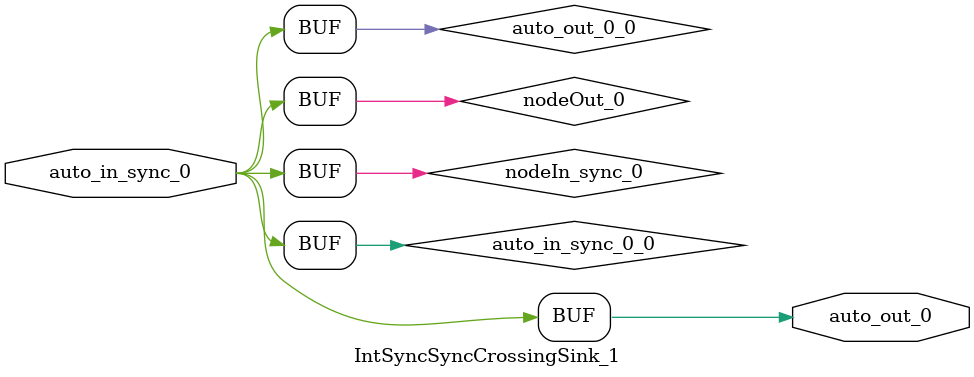
<source format=sv>
`ifndef RANDOMIZE
  `ifdef RANDOMIZE_MEM_INIT
    `define RANDOMIZE
  `endif // RANDOMIZE_MEM_INIT
`endif // not def RANDOMIZE
`ifndef RANDOMIZE
  `ifdef RANDOMIZE_REG_INIT
    `define RANDOMIZE
  `endif // RANDOMIZE_REG_INIT
`endif // not def RANDOMIZE

`ifndef RANDOM
  `define RANDOM $random
`endif // not def RANDOM

// Users can define INIT_RANDOM as general code that gets injected into the
// initializer block for modules with registers.
`ifndef INIT_RANDOM
  `define INIT_RANDOM
`endif // not def INIT_RANDOM

// If using random initialization, you can also define RANDOMIZE_DELAY to
// customize the delay used, otherwise 0.002 is used.
`ifndef RANDOMIZE_DELAY
  `define RANDOMIZE_DELAY 0.002
`endif // not def RANDOMIZE_DELAY

// Define INIT_RANDOM_PROLOG_ for use in our modules below.
`ifndef INIT_RANDOM_PROLOG_
  `ifdef RANDOMIZE
    `ifdef VERILATOR
      `define INIT_RANDOM_PROLOG_ `INIT_RANDOM
    `else  // VERILATOR
      `define INIT_RANDOM_PROLOG_ `INIT_RANDOM #`RANDOMIZE_DELAY begin end
    `endif // VERILATOR
  `else  // RANDOMIZE
    `define INIT_RANDOM_PROLOG_
  `endif // RANDOMIZE
`endif // not def INIT_RANDOM_PROLOG_

// Include register initializers in init blocks unless synthesis is set
`ifndef SYNTHESIS
  `ifndef ENABLE_INITIAL_REG_
    `define ENABLE_INITIAL_REG_
  `endif // not def ENABLE_INITIAL_REG_
`endif // not def SYNTHESIS

// Include rmemory initializers in init blocks unless synthesis is set
`ifndef SYNTHESIS
  `ifndef ENABLE_INITIAL_MEM_
    `define ENABLE_INITIAL_MEM_
  `endif // not def ENABLE_INITIAL_MEM_
`endif // not def SYNTHESIS

// Standard header to adapt well known macros for prints and assertions.

// Users can define 'PRINTF_COND' to add an extra gate to prints.
`ifndef PRINTF_COND_
  `ifdef PRINTF_COND
    `define PRINTF_COND_ (`PRINTF_COND)
  `else  // PRINTF_COND
    `define PRINTF_COND_ 1
  `endif // PRINTF_COND
`endif // not def PRINTF_COND_

// Users can define 'ASSERT_VERBOSE_COND' to add an extra gate to assert error printing.
`ifndef ASSERT_VERBOSE_COND_
  `ifdef ASSERT_VERBOSE_COND
    `define ASSERT_VERBOSE_COND_ (`ASSERT_VERBOSE_COND)
  `else  // ASSERT_VERBOSE_COND
    `define ASSERT_VERBOSE_COND_ 1
  `endif // ASSERT_VERBOSE_COND
`endif // not def ASSERT_VERBOSE_COND_

// Users can define 'STOP_COND' to add an extra gate to stop conditions.
`ifndef STOP_COND_
  `ifdef STOP_COND
    `define STOP_COND_ (`STOP_COND)
  `else  // STOP_COND
    `define STOP_COND_ 1
  `endif // STOP_COND
`endif // not def STOP_COND_

module IntSyncSyncCrossingSink_1(
  input  auto_in_sync_0,	// src/main/scala/diplomacy/LazyModule.scala:367:18
  output auto_out_0	// src/main/scala/diplomacy/LazyModule.scala:367:18
);

  wire auto_in_sync_0_0 = auto_in_sync_0;
  wire nodeIn_sync_0 = auto_in_sync_0_0;	// src/main/scala/diplomacy/Nodes.scala:1214:17
  wire nodeOut_0;	// src/main/scala/diplomacy/Nodes.scala:1205:17
  assign nodeOut_0 = nodeIn_sync_0;	// src/main/scala/diplomacy/Nodes.scala:1205:17, :1214:17
  wire auto_out_0_0 = nodeOut_0;	// src/main/scala/diplomacy/Nodes.scala:1205:17
  assign auto_out_0 = auto_out_0_0;
endmodule


</source>
